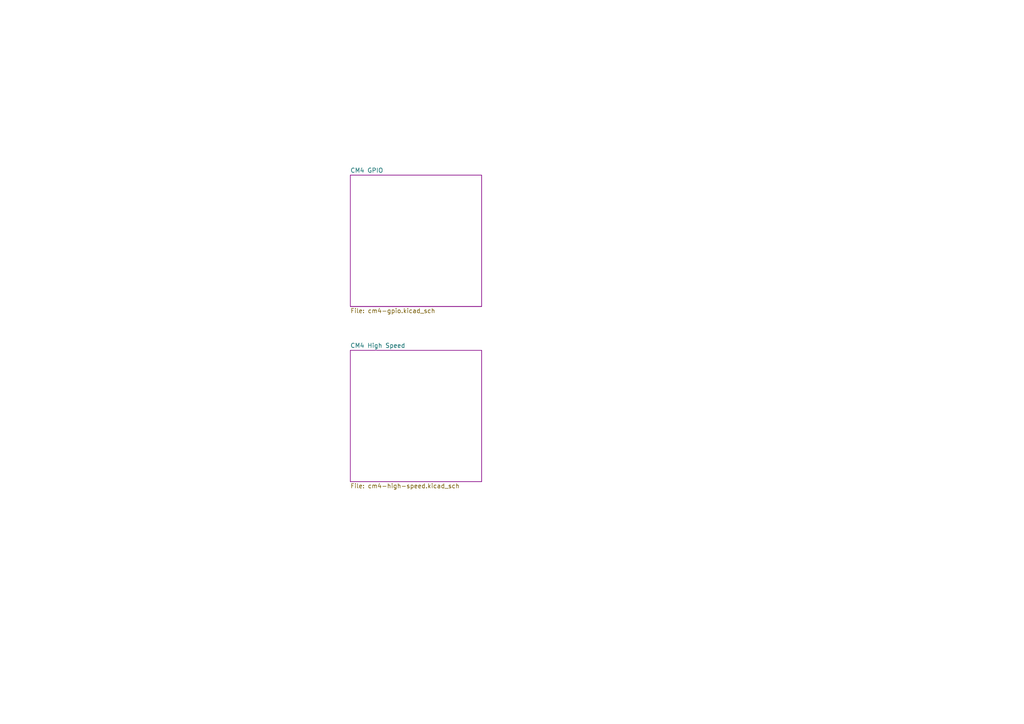
<source format=kicad_sch>
(kicad_sch (version 20201015) (generator eeschema)
  (page 1 3)
  (paper "A4")
  (title_block (title "Raspberry Pi Compute Module 4 Shoe Template") (date "2020-10-31") (rev "v01") (comment 2 "creativecommons.org/licenses/by-sa/4.0/") (comment 3 "License: CC BY-SA 4.0") (comment 4 "Author: Shawn Hymel"))
  (lib_symbols)
  (sheet (at 101.6 50.8) (size 38.1 38.1) (stroke (width 0) (color 132 0 132 1)) (fill (color 255 255 255 0.0000))
    (property "Sheet name" "CM4 GPIO" (at 101.6 50.1645 0) (effects (justify left bottom)))
    (property "Sheet file" "cm4-gpio.kicad_sch" (at 101.6 89.4085 0) (effects (justify left top)))
  )
  (sheet (at 101.6 101.6) (size 38.1 38.1) (stroke (width 0) (color 132 0 132 1)) (fill (color 255 255 255 0.0000))
    (property "Sheet name" "CM4 High Speed" (at 101.6 100.9645 0) (effects (justify left bottom)))
    (property "Sheet file" "cm4-high-speed.kicad_sch" (at 101.6 140.2085 0) (effects (justify left top)))
  )
)
</source>
